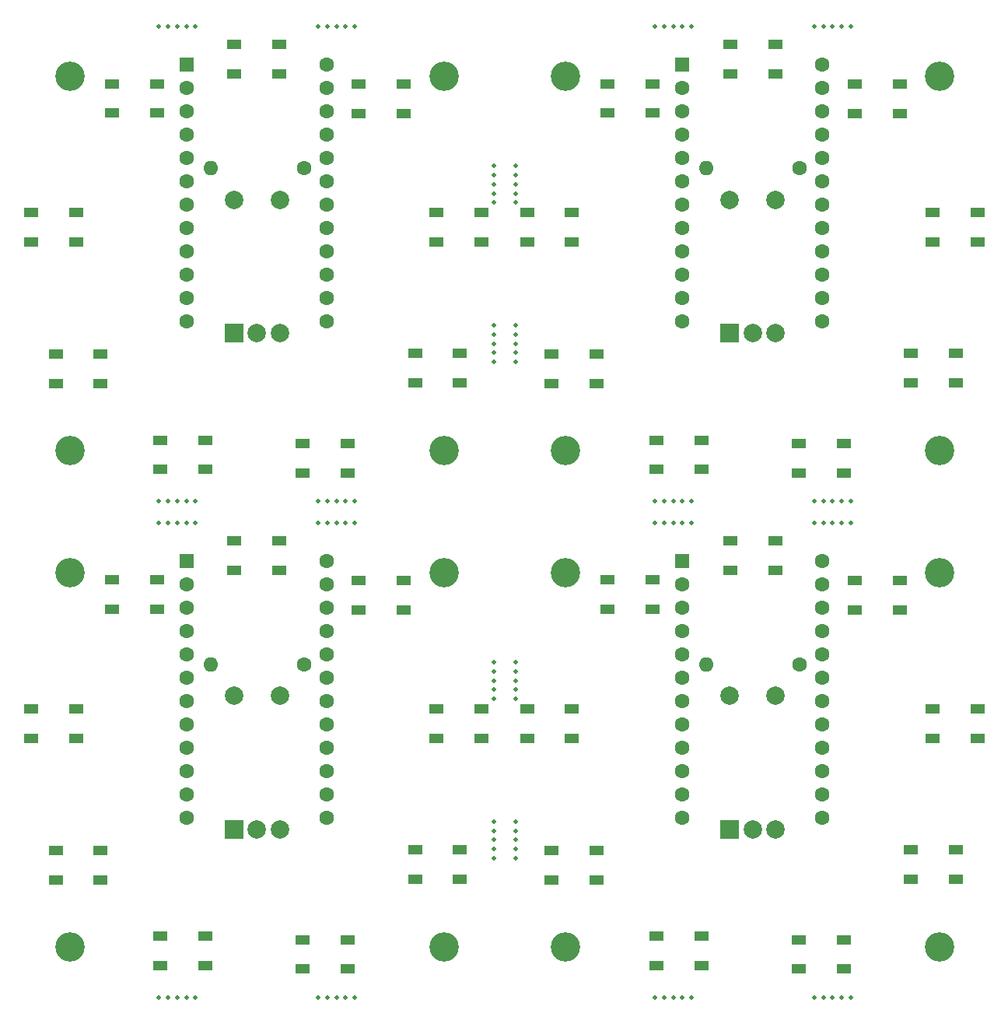
<source format=gbr>
%TF.GenerationSoftware,KiCad,Pcbnew,(6.0.0)*%
%TF.CreationDate,2022-01-01T21:56:53+01:00*%
%TF.ProjectId,VolumeKnob,566f6c75-6d65-44b6-9e6f-622e6b696361,rev?*%
%TF.SameCoordinates,Original*%
%TF.FileFunction,Soldermask,Top*%
%TF.FilePolarity,Negative*%
%FSLAX46Y46*%
G04 Gerber Fmt 4.6, Leading zero omitted, Abs format (unit mm)*
G04 Created by KiCad (PCBNEW (6.0.0)) date 2022-01-01 21:56:53*
%MOMM*%
%LPD*%
G01*
G04 APERTURE LIST*
%ADD10R,1.500000X1.000000*%
%ADD11C,0.500000*%
%ADD12R,1.600000X1.600000*%
%ADD13C,1.600000*%
%ADD14C,3.200000*%
%ADD15R,2.000000X2.000000*%
%ADD16C,2.000000*%
%ADD17O,1.600000X1.600000*%
G04 APERTURE END LIST*
D10*
%TO.C,D3*%
X69559997Y-44389997D03*
X69559997Y-47589997D03*
X74459997Y-47589997D03*
X74459997Y-44389997D03*
%TD*%
D11*
%TO.C,REF\u002A\u002A*%
X78201003Y-41333664D03*
%TD*%
D12*
%TO.C,U1*%
X96330004Y-28319997D03*
D13*
X96330004Y-30859997D03*
X96330004Y-33399997D03*
X96330004Y-35939997D03*
X96330004Y-38479997D03*
X96330004Y-41019997D03*
X96330004Y-43559997D03*
X96330004Y-46099997D03*
X96330004Y-48639997D03*
X96330004Y-51179997D03*
X96330004Y-53719997D03*
X96330004Y-56259997D03*
X111570004Y-56259997D03*
X111570004Y-53719997D03*
X111570004Y-51179997D03*
X111570004Y-48639997D03*
X111570004Y-46099997D03*
X111570004Y-43559997D03*
X111570004Y-41019997D03*
X111570004Y-38479997D03*
X111570004Y-35939997D03*
X111570004Y-33399997D03*
X111570004Y-30859997D03*
X111570004Y-28319997D03*
%TD*%
D10*
%TO.C,D8*%
X79410004Y-98400003D03*
X79410004Y-101600003D03*
X84310004Y-101600003D03*
X84310004Y-98400003D03*
%TD*%
D11*
%TO.C,REF\u002A\u002A*%
X75798997Y-112666335D03*
%TD*%
%TO.C,REF\u002A\u002A*%
X40333664Y-75798997D03*
%TD*%
D10*
%TO.C,D4*%
X121220004Y-113740003D03*
X121220004Y-116940003D03*
X126120004Y-116940003D03*
X126120004Y-113740003D03*
%TD*%
%TO.C,D1*%
X47539997Y-26139997D03*
X47539997Y-29339997D03*
X52439997Y-29339997D03*
X52439997Y-26139997D03*
%TD*%
D11*
%TO.C,REF\u002A\u002A*%
X75798999Y-42333664D03*
%TD*%
D10*
%TO.C,D1*%
X101540004Y-80140003D03*
X101540004Y-83340003D03*
X106440004Y-83340003D03*
X106440004Y-80140003D03*
%TD*%
%TO.C,D3*%
X123560004Y-98390003D03*
X123560004Y-101590003D03*
X128460004Y-101590003D03*
X128460004Y-98390003D03*
%TD*%
D11*
%TO.C,REF\u002A\u002A*%
X78201003Y-93333667D03*
%TD*%
D10*
%TO.C,D8*%
X25409997Y-44399997D03*
X25409997Y-47599997D03*
X30309997Y-47599997D03*
X30309997Y-44399997D03*
%TD*%
D11*
%TO.C,REF\u002A\u002A*%
X97333668Y-75798997D03*
%TD*%
%TO.C,REF\u002A\u002A*%
X75798997Y-59666332D03*
%TD*%
%TO.C,REF\u002A\u002A*%
X97333667Y-78201000D03*
%TD*%
%TO.C,REF\u002A\u002A*%
X43333664Y-24200999D03*
%TD*%
%TO.C,REF\u002A\u002A*%
X39333664Y-24200999D03*
%TD*%
%TO.C,REF\u002A\u002A*%
X78201002Y-43333664D03*
%TD*%
D12*
%TO.C,U1*%
X42329997Y-82320003D03*
D13*
X42329997Y-84860003D03*
X42329997Y-87400003D03*
X42329997Y-89940003D03*
X42329997Y-92480003D03*
X42329997Y-95020003D03*
X42329997Y-97560003D03*
X42329997Y-100100003D03*
X42329997Y-102640003D03*
X42329997Y-105180003D03*
X42329997Y-107720003D03*
X42329997Y-110260003D03*
X57569997Y-110260003D03*
X57569997Y-107720003D03*
X57569997Y-105180003D03*
X57569997Y-102640003D03*
X57569997Y-100100003D03*
X57569997Y-97560003D03*
X57569997Y-95020003D03*
X57569997Y-92480003D03*
X57569997Y-89940003D03*
X57569997Y-87400003D03*
X57569997Y-84860003D03*
X57569997Y-82320003D03*
%TD*%
D11*
%TO.C,REF\u002A\u002A*%
X78201001Y-110666335D03*
%TD*%
%TO.C,REF\u002A\u002A*%
X43333664Y-75798997D03*
%TD*%
%TO.C,REF\u002A\u002A*%
X59666332Y-78201002D03*
%TD*%
D12*
%TO.C,U1*%
X42329997Y-28319997D03*
D13*
X42329997Y-30859997D03*
X42329997Y-33399997D03*
X42329997Y-35939997D03*
X42329997Y-38479997D03*
X42329997Y-41019997D03*
X42329997Y-43559997D03*
X42329997Y-46099997D03*
X42329997Y-48639997D03*
X42329997Y-51179997D03*
X42329997Y-53719997D03*
X42329997Y-56259997D03*
X57569997Y-56259997D03*
X57569997Y-53719997D03*
X57569997Y-51179997D03*
X57569997Y-48639997D03*
X57569997Y-46099997D03*
X57569997Y-43559997D03*
X57569997Y-41019997D03*
X57569997Y-38479997D03*
X57569997Y-35939997D03*
X57569997Y-33399997D03*
X57569997Y-30859997D03*
X57569997Y-28319997D03*
%TD*%
D11*
%TO.C,REF\u002A\u002A*%
X75798997Y-57666332D03*
%TD*%
%TO.C,REF\u002A\u002A*%
X78201000Y-57666332D03*
%TD*%
%TO.C,REF\u002A\u002A*%
X75798999Y-93333667D03*
%TD*%
%TO.C,REF\u002A\u002A*%
X110666336Y-24200997D03*
%TD*%
%TO.C,REF\u002A\u002A*%
X40333664Y-129799002D03*
%TD*%
%TO.C,REF\u002A\u002A*%
X60666332Y-24200997D03*
%TD*%
%TO.C,REF\u002A\u002A*%
X112666335Y-78201002D03*
%TD*%
%TO.C,REF\u002A\u002A*%
X112666336Y-24200997D03*
%TD*%
%TO.C,REF\u002A\u002A*%
X78201003Y-39333664D03*
%TD*%
%TO.C,REF\u002A\u002A*%
X75798997Y-111666335D03*
%TD*%
%TO.C,REF\u002A\u002A*%
X75798999Y-95333667D03*
%TD*%
%TO.C,REF\u002A\u002A*%
X43333664Y-129799002D03*
%TD*%
%TO.C,REF\u002A\u002A*%
X60666332Y-129799000D03*
%TD*%
%TO.C,REF\u002A\u002A*%
X94333668Y-24200999D03*
%TD*%
D14*
%TO.C,REF\u002A\u002A*%
X124350004Y-124310003D03*
%TD*%
D11*
%TO.C,REF\u002A\u002A*%
X41333664Y-75798997D03*
%TD*%
%TO.C,REF\u002A\u002A*%
X58666332Y-24200997D03*
%TD*%
%TO.C,REF\u002A\u002A*%
X111666335Y-78201002D03*
%TD*%
%TO.C,REF\u002A\u002A*%
X111666336Y-24200997D03*
%TD*%
%TO.C,REF\u002A\u002A*%
X113666335Y-129799000D03*
%TD*%
D15*
%TO.C,SW1*%
X101500004Y-57499997D03*
D16*
X106500004Y-57499997D03*
X104000004Y-57499997D03*
X101500004Y-42999997D03*
X106500004Y-42999997D03*
%TD*%
D11*
%TO.C,REF\u002A\u002A*%
X114666335Y-129799000D03*
%TD*%
D10*
%TO.C,D7*%
X28099997Y-113830003D03*
X28099997Y-117030003D03*
X32999997Y-117030003D03*
X32999997Y-113830003D03*
%TD*%
D11*
%TO.C,REF\u002A\u002A*%
X75798999Y-41333664D03*
%TD*%
D14*
%TO.C,REF\u002A\u002A*%
X83630004Y-124340003D03*
%TD*%
D11*
%TO.C,REF\u002A\u002A*%
X111666336Y-75798999D03*
%TD*%
D10*
%TO.C,D5*%
X109020004Y-123520003D03*
X109020004Y-126720003D03*
X113920004Y-126720003D03*
X113920004Y-123520003D03*
%TD*%
D14*
%TO.C,REF\u002A\u002A*%
X70349997Y-83600003D03*
%TD*%
D11*
%TO.C,REF\u002A\u002A*%
X96333667Y-129799002D03*
%TD*%
%TO.C,REF\u002A\u002A*%
X42333664Y-129799002D03*
%TD*%
%TO.C,REF\u002A\u002A*%
X56666332Y-129799000D03*
%TD*%
%TO.C,REF\u002A\u002A*%
X58666332Y-78201002D03*
%TD*%
%TO.C,REF\u002A\u002A*%
X93333668Y-24200999D03*
%TD*%
%TO.C,REF\u002A\u002A*%
X112666335Y-129799000D03*
%TD*%
%TO.C,REF\u002A\u002A*%
X75798999Y-40333664D03*
%TD*%
%TO.C,REF\u002A\u002A*%
X78201003Y-40333664D03*
%TD*%
%TO.C,REF\u002A\u002A*%
X78201001Y-56666332D03*
%TD*%
D10*
%TO.C,D2*%
X61109997Y-30429997D03*
X61109997Y-33629997D03*
X66009997Y-33629997D03*
X66009997Y-30429997D03*
%TD*%
D11*
%TO.C,REF\u002A\u002A*%
X96333668Y-75798997D03*
%TD*%
D10*
%TO.C,D1*%
X101540004Y-26139997D03*
X101540004Y-29339997D03*
X106440004Y-29339997D03*
X106440004Y-26139997D03*
%TD*%
D11*
%TO.C,REF\u002A\u002A*%
X75798997Y-58666332D03*
%TD*%
D10*
%TO.C,D2*%
X61109997Y-84430003D03*
X61109997Y-87630003D03*
X66009997Y-87630003D03*
X66009997Y-84430003D03*
%TD*%
D11*
%TO.C,REF\u002A\u002A*%
X57666332Y-75798999D03*
%TD*%
%TO.C,REF\u002A\u002A*%
X40333664Y-78201000D03*
%TD*%
D15*
%TO.C,SW1*%
X47499997Y-111500003D03*
D16*
X52499997Y-111500003D03*
X49999997Y-111500003D03*
X47499997Y-97000003D03*
X52499997Y-97000003D03*
%TD*%
D10*
%TO.C,D5*%
X55019997Y-123520003D03*
X55019997Y-126720003D03*
X59919997Y-126720003D03*
X59919997Y-123520003D03*
%TD*%
D11*
%TO.C,REF\u002A\u002A*%
X78201002Y-97333667D03*
%TD*%
%TO.C,REF\u002A\u002A*%
X78201000Y-60666332D03*
%TD*%
D10*
%TO.C,D4*%
X67219997Y-59739997D03*
X67219997Y-62939997D03*
X72119997Y-62939997D03*
X72119997Y-59739997D03*
%TD*%
D11*
%TO.C,REF\u002A\u002A*%
X43333664Y-78201000D03*
%TD*%
%TO.C,REF\u002A\u002A*%
X94333667Y-129799002D03*
%TD*%
%TO.C,REF\u002A\u002A*%
X58666332Y-75798999D03*
%TD*%
D10*
%TO.C,D5*%
X55019997Y-69519997D03*
X55019997Y-72719997D03*
X59919997Y-72719997D03*
X59919997Y-69519997D03*
%TD*%
D14*
%TO.C,REF\u002A\u002A*%
X124350004Y-70309997D03*
%TD*%
D11*
%TO.C,REF\u002A\u002A*%
X95333668Y-24200999D03*
%TD*%
D13*
%TO.C,R1*%
X109110004Y-93600003D03*
D17*
X98950004Y-93600003D03*
%TD*%
D11*
%TO.C,REF\u002A\u002A*%
X41333664Y-78201000D03*
%TD*%
D15*
%TO.C,SW1*%
X47499997Y-57499997D03*
D16*
X52499997Y-57499997D03*
X49999997Y-57499997D03*
X47499997Y-42999997D03*
X52499997Y-42999997D03*
%TD*%
D11*
%TO.C,REF\u002A\u002A*%
X78201000Y-111666335D03*
%TD*%
%TO.C,REF\u002A\u002A*%
X39333664Y-129799002D03*
%TD*%
D10*
%TO.C,D3*%
X69559997Y-98390003D03*
X69559997Y-101590003D03*
X74459997Y-101590003D03*
X74459997Y-98390003D03*
%TD*%
D11*
%TO.C,REF\u002A\u002A*%
X78201003Y-96333667D03*
%TD*%
D10*
%TO.C,D9*%
X88210004Y-30389997D03*
X88210004Y-33589997D03*
X93110004Y-33589997D03*
X93110004Y-30389997D03*
%TD*%
D14*
%TO.C,REF\u002A\u002A*%
X70349997Y-70309997D03*
%TD*%
%TO.C,REF\u002A\u002A*%
X29629997Y-124340003D03*
%TD*%
D11*
%TO.C,REF\u002A\u002A*%
X75798999Y-39333664D03*
%TD*%
%TO.C,REF\u002A\u002A*%
X110666335Y-78201002D03*
%TD*%
D10*
%TO.C,D6*%
X93500004Y-123160003D03*
X93500004Y-126360003D03*
X98400004Y-126360003D03*
X98400004Y-123160003D03*
%TD*%
%TO.C,D4*%
X121220004Y-59739997D03*
X121220004Y-62939997D03*
X126120004Y-62939997D03*
X126120004Y-59739997D03*
%TD*%
D11*
%TO.C,REF\u002A\u002A*%
X95333667Y-129799002D03*
%TD*%
%TO.C,REF\u002A\u002A*%
X114666336Y-24200997D03*
%TD*%
D14*
%TO.C,REF\u002A\u002A*%
X124350004Y-83600003D03*
%TD*%
D10*
%TO.C,D9*%
X34209997Y-84390003D03*
X34209997Y-87590003D03*
X39109997Y-87590003D03*
X39109997Y-84390003D03*
%TD*%
%TO.C,D9*%
X34209997Y-30389997D03*
X34209997Y-33589997D03*
X39109997Y-33589997D03*
X39109997Y-30389997D03*
%TD*%
D11*
%TO.C,REF\u002A\u002A*%
X78201003Y-42333664D03*
%TD*%
%TO.C,REF\u002A\u002A*%
X94333668Y-75798997D03*
%TD*%
D10*
%TO.C,D8*%
X25409997Y-98400003D03*
X25409997Y-101600003D03*
X30309997Y-101600003D03*
X30309997Y-98400003D03*
%TD*%
D11*
%TO.C,REF\u002A\u002A*%
X42333664Y-24200999D03*
%TD*%
%TO.C,REF\u002A\u002A*%
X97333668Y-24200999D03*
%TD*%
%TO.C,REF\u002A\u002A*%
X58666332Y-129799000D03*
%TD*%
%TO.C,REF\u002A\u002A*%
X59666332Y-75798999D03*
%TD*%
%TO.C,REF\u002A\u002A*%
X60666332Y-78201002D03*
%TD*%
D10*
%TO.C,D4*%
X67219997Y-113740003D03*
X67219997Y-116940003D03*
X72119997Y-116940003D03*
X72119997Y-113740003D03*
%TD*%
D11*
%TO.C,REF\u002A\u002A*%
X95333668Y-75798997D03*
%TD*%
D14*
%TO.C,REF\u002A\u002A*%
X70349997Y-124310003D03*
%TD*%
D11*
%TO.C,REF\u002A\u002A*%
X39333664Y-78201000D03*
%TD*%
D10*
%TO.C,D6*%
X39499997Y-69159997D03*
X39499997Y-72359997D03*
X44399997Y-72359997D03*
X44399997Y-69159997D03*
%TD*%
D11*
%TO.C,REF\u002A\u002A*%
X56666332Y-75798999D03*
%TD*%
%TO.C,REF\u002A\u002A*%
X75798999Y-96333667D03*
%TD*%
D14*
%TO.C,REF\u002A\u002A*%
X83630004Y-83600003D03*
%TD*%
D10*
%TO.C,D7*%
X82100004Y-113830003D03*
X82100004Y-117030003D03*
X87000004Y-117030003D03*
X87000004Y-113830003D03*
%TD*%
D11*
%TO.C,REF\u002A\u002A*%
X41333664Y-129799002D03*
%TD*%
D10*
%TO.C,D7*%
X82100004Y-59829997D03*
X82100004Y-63029997D03*
X87000004Y-63029997D03*
X87000004Y-59829997D03*
%TD*%
D11*
%TO.C,REF\u002A\u002A*%
X111666335Y-129799000D03*
%TD*%
D10*
%TO.C,D5*%
X109020004Y-69519997D03*
X109020004Y-72719997D03*
X113920004Y-72719997D03*
X113920004Y-69519997D03*
%TD*%
%TO.C,D1*%
X47539997Y-80140003D03*
X47539997Y-83340003D03*
X52439997Y-83340003D03*
X52439997Y-80140003D03*
%TD*%
D11*
%TO.C,REF\u002A\u002A*%
X96333667Y-78201000D03*
%TD*%
D10*
%TO.C,D9*%
X88210004Y-84390003D03*
X88210004Y-87590003D03*
X93110004Y-87590003D03*
X93110004Y-84390003D03*
%TD*%
D11*
%TO.C,REF\u002A\u002A*%
X57666332Y-78201002D03*
%TD*%
%TO.C,REF\u002A\u002A*%
X57666332Y-24200997D03*
%TD*%
%TO.C,REF\u002A\u002A*%
X78201003Y-95333667D03*
%TD*%
%TO.C,REF\u002A\u002A*%
X113666335Y-78201002D03*
%TD*%
%TO.C,REF\u002A\u002A*%
X78201000Y-113666335D03*
%TD*%
%TO.C,REF\u002A\u002A*%
X113666336Y-75798999D03*
%TD*%
%TO.C,REF\u002A\u002A*%
X114666335Y-78201002D03*
%TD*%
D10*
%TO.C,D3*%
X123560004Y-44389997D03*
X123560004Y-47589997D03*
X128460004Y-47589997D03*
X128460004Y-44389997D03*
%TD*%
D11*
%TO.C,REF\u002A\u002A*%
X39333664Y-75798997D03*
%TD*%
%TO.C,REF\u002A\u002A*%
X75798999Y-43333664D03*
%TD*%
D13*
%TO.C,R1*%
X55109997Y-39599997D03*
D17*
X44949997Y-39599997D03*
%TD*%
D14*
%TO.C,REF\u002A\u002A*%
X29629997Y-29599997D03*
%TD*%
D11*
%TO.C,REF\u002A\u002A*%
X94333667Y-78201000D03*
%TD*%
D10*
%TO.C,D2*%
X115110004Y-84430003D03*
X115110004Y-87630003D03*
X120010004Y-87630003D03*
X120010004Y-84430003D03*
%TD*%
D11*
%TO.C,REF\u002A\u002A*%
X75798997Y-110666335D03*
%TD*%
%TO.C,REF\u002A\u002A*%
X110666336Y-75798999D03*
%TD*%
D14*
%TO.C,REF\u002A\u002A*%
X29629997Y-70339997D03*
%TD*%
D11*
%TO.C,REF\u002A\u002A*%
X78201003Y-94333667D03*
%TD*%
%TO.C,REF\u002A\u002A*%
X78201000Y-58666332D03*
%TD*%
%TO.C,REF\u002A\u002A*%
X60666332Y-75798999D03*
%TD*%
D10*
%TO.C,D7*%
X28099997Y-59829997D03*
X28099997Y-63029997D03*
X32999997Y-63029997D03*
X32999997Y-59829997D03*
%TD*%
D11*
%TO.C,REF\u002A\u002A*%
X75798997Y-114666335D03*
%TD*%
%TO.C,REF\u002A\u002A*%
X93333667Y-129799002D03*
%TD*%
%TO.C,REF\u002A\u002A*%
X75798997Y-113666335D03*
%TD*%
%TO.C,REF\u002A\u002A*%
X78201000Y-112666335D03*
%TD*%
D14*
%TO.C,REF\u002A\u002A*%
X29629997Y-83600003D03*
%TD*%
D11*
%TO.C,REF\u002A\u002A*%
X42333664Y-78201000D03*
%TD*%
D14*
%TO.C,REF\u002A\u002A*%
X83630004Y-29599997D03*
%TD*%
D11*
%TO.C,REF\u002A\u002A*%
X56666332Y-24200997D03*
%TD*%
D15*
%TO.C,SW1*%
X101500004Y-111500003D03*
D16*
X106500004Y-111500003D03*
X104000004Y-111500003D03*
X101500004Y-97000003D03*
X106500004Y-97000003D03*
%TD*%
D11*
%TO.C,REF\u002A\u002A*%
X59666332Y-129799000D03*
%TD*%
%TO.C,REF\u002A\u002A*%
X78201000Y-114666335D03*
%TD*%
%TO.C,REF\u002A\u002A*%
X114666336Y-75798999D03*
%TD*%
D10*
%TO.C,D8*%
X79410004Y-44399997D03*
X79410004Y-47599997D03*
X84310004Y-47599997D03*
X84310004Y-44399997D03*
%TD*%
D11*
%TO.C,REF\u002A\u002A*%
X40333664Y-24200999D03*
%TD*%
%TO.C,REF\u002A\u002A*%
X96333668Y-24200999D03*
%TD*%
%TO.C,REF\u002A\u002A*%
X75798997Y-56666332D03*
%TD*%
%TO.C,REF\u002A\u002A*%
X41333664Y-24200999D03*
%TD*%
D13*
%TO.C,R1*%
X55109997Y-93600003D03*
D17*
X44949997Y-93600003D03*
%TD*%
D11*
%TO.C,REF\u002A\u002A*%
X75798999Y-94333667D03*
%TD*%
%TO.C,REF\u002A\u002A*%
X112666336Y-75798999D03*
%TD*%
%TO.C,REF\u002A\u002A*%
X78201000Y-59666332D03*
%TD*%
%TO.C,REF\u002A\u002A*%
X59666332Y-24200997D03*
%TD*%
D10*
%TO.C,D6*%
X93500004Y-69159997D03*
X93500004Y-72359997D03*
X98400004Y-72359997D03*
X98400004Y-69159997D03*
%TD*%
D11*
%TO.C,REF\u002A\u002A*%
X110666335Y-129799000D03*
%TD*%
D14*
%TO.C,REF\u002A\u002A*%
X70349997Y-29599997D03*
%TD*%
D11*
%TO.C,REF\u002A\u002A*%
X56666332Y-78201002D03*
%TD*%
%TO.C,REF\u002A\u002A*%
X97333667Y-129799002D03*
%TD*%
%TO.C,REF\u002A\u002A*%
X93333667Y-78201000D03*
%TD*%
D14*
%TO.C,REF\u002A\u002A*%
X124350004Y-29599997D03*
%TD*%
D11*
%TO.C,REF\u002A\u002A*%
X75798999Y-97333667D03*
%TD*%
D14*
%TO.C,REF\u002A\u002A*%
X83630004Y-70339997D03*
%TD*%
D13*
%TO.C,R1*%
X109110004Y-39599997D03*
D17*
X98950004Y-39599997D03*
%TD*%
D11*
%TO.C,REF\u002A\u002A*%
X42333664Y-75798997D03*
%TD*%
D12*
%TO.C,U1*%
X96330004Y-82320003D03*
D13*
X96330004Y-84860003D03*
X96330004Y-87400003D03*
X96330004Y-89940003D03*
X96330004Y-92480003D03*
X96330004Y-95020003D03*
X96330004Y-97560003D03*
X96330004Y-100100003D03*
X96330004Y-102640003D03*
X96330004Y-105180003D03*
X96330004Y-107720003D03*
X96330004Y-110260003D03*
X111570004Y-110260003D03*
X111570004Y-107720003D03*
X111570004Y-105180003D03*
X111570004Y-102640003D03*
X111570004Y-100100003D03*
X111570004Y-97560003D03*
X111570004Y-95020003D03*
X111570004Y-92480003D03*
X111570004Y-89940003D03*
X111570004Y-87400003D03*
X111570004Y-84860003D03*
X111570004Y-82320003D03*
%TD*%
D11*
%TO.C,REF\u002A\u002A*%
X57666332Y-129799000D03*
%TD*%
%TO.C,REF\u002A\u002A*%
X75798997Y-60666332D03*
%TD*%
%TO.C,REF\u002A\u002A*%
X113666336Y-24200997D03*
%TD*%
D10*
%TO.C,D2*%
X115110004Y-30429997D03*
X115110004Y-33629997D03*
X120010004Y-33629997D03*
X120010004Y-30429997D03*
%TD*%
D11*
%TO.C,REF\u002A\u002A*%
X93333668Y-75798997D03*
%TD*%
D10*
%TO.C,D6*%
X39499997Y-123160003D03*
X39499997Y-126360003D03*
X44399997Y-126360003D03*
X44399997Y-123160003D03*
%TD*%
D11*
%TO.C,REF\u002A\u002A*%
X95333667Y-78201000D03*
%TD*%
M02*

</source>
